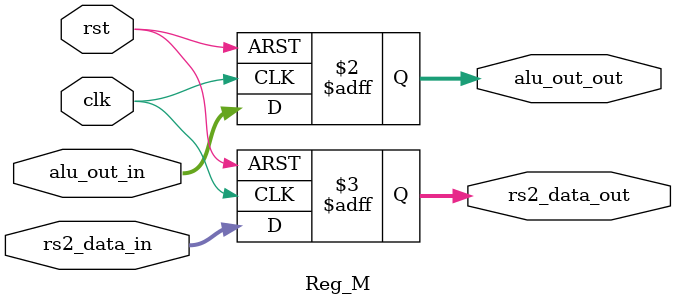
<source format=v>
module Reg_M(
    input             clk,
    input             rst,
    input      [31:0] alu_out_in,
    input      [31:0] rs2_data_in,
    output reg [31:0] alu_out_out,
    output reg [31:0] rs2_data_out
);

always @(posedge clk or posedge rst) begin
    if (rst) begin
        alu_out_out  <= 32'd0;
        rs2_data_out <= 32'd0;
    end
    else begin
        alu_out_out  <= alu_out_in;
        rs2_data_out <= rs2_data_in;
    end
end
endmodule
</source>
